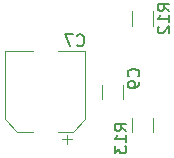
<source format=gbo>
G04 #@! TF.GenerationSoftware,KiCad,Pcbnew,5.0.2-bee76a0~70~ubuntu18.10.1*
G04 #@! TF.CreationDate,2019-04-28T23:28:47+02:00*
G04 #@! TF.ProjectId,carte_RouleMaPoule,63617274-655f-4526-9f75-6c654d61506f,A*
G04 #@! TF.SameCoordinates,Original*
G04 #@! TF.FileFunction,Legend,Bot*
G04 #@! TF.FilePolarity,Positive*
%FSLAX46Y46*%
G04 Gerber Fmt 4.6, Leading zero omitted, Abs format (unit mm)*
G04 Created by KiCad (PCBNEW 5.0.2-bee76a0~70~ubuntu18.10.1) date dim. 28 avril 2019 23:28:47 CEST*
%MOMM*%
%LPD*%
G01*
G04 APERTURE LIST*
%ADD10C,0.120000*%
%ADD11C,0.150000*%
G04 APERTURE END LIST*
D10*
G04 #@! TO.C,R12*
X130535000Y-106012064D02*
X130535000Y-104807936D01*
X132355000Y-106012064D02*
X132355000Y-104807936D01*
G04 #@! TO.C,C7*
X125431250Y-115643750D02*
X124643750Y-115643750D01*
X125037500Y-116037500D02*
X125037500Y-115250000D01*
X120844437Y-115010000D02*
X119780000Y-113945563D01*
X125535563Y-115010000D02*
X126600000Y-113945563D01*
X125535563Y-115010000D02*
X124250000Y-115010000D01*
X120844437Y-115010000D02*
X122130000Y-115010000D01*
X119780000Y-113945563D02*
X119780000Y-108190000D01*
X126600000Y-113945563D02*
X126600000Y-108190000D01*
X126600000Y-108190000D02*
X124250000Y-108190000D01*
X119780000Y-108190000D02*
X122130000Y-108190000D01*
G04 #@! TO.C,C9*
X129815000Y-112232064D02*
X129815000Y-111027936D01*
X127995000Y-112232064D02*
X127995000Y-111027936D01*
G04 #@! TO.C,R13*
X132355000Y-113827936D02*
X132355000Y-115032064D01*
X130535000Y-113827936D02*
X130535000Y-115032064D01*
G04 #@! TO.C,R12*
D11*
X133717380Y-104767142D02*
X133241190Y-104433809D01*
X133717380Y-104195714D02*
X132717380Y-104195714D01*
X132717380Y-104576666D01*
X132765000Y-104671904D01*
X132812619Y-104719523D01*
X132907857Y-104767142D01*
X133050714Y-104767142D01*
X133145952Y-104719523D01*
X133193571Y-104671904D01*
X133241190Y-104576666D01*
X133241190Y-104195714D01*
X133717380Y-105719523D02*
X133717380Y-105148095D01*
X133717380Y-105433809D02*
X132717380Y-105433809D01*
X132860238Y-105338571D01*
X132955476Y-105243333D01*
X133003095Y-105148095D01*
X132812619Y-106100476D02*
X132765000Y-106148095D01*
X132717380Y-106243333D01*
X132717380Y-106481428D01*
X132765000Y-106576666D01*
X132812619Y-106624285D01*
X132907857Y-106671904D01*
X133003095Y-106671904D01*
X133145952Y-106624285D01*
X133717380Y-106052857D01*
X133717380Y-106671904D01*
G04 #@! TO.C,C7*
X125896666Y-107672142D02*
X125944285Y-107719761D01*
X126087142Y-107767380D01*
X126182380Y-107767380D01*
X126325238Y-107719761D01*
X126420476Y-107624523D01*
X126468095Y-107529285D01*
X126515714Y-107338809D01*
X126515714Y-107195952D01*
X126468095Y-107005476D01*
X126420476Y-106910238D01*
X126325238Y-106815000D01*
X126182380Y-106767380D01*
X126087142Y-106767380D01*
X125944285Y-106815000D01*
X125896666Y-106862619D01*
X125563333Y-106767380D02*
X124896666Y-106767380D01*
X125325238Y-107767380D01*
G04 #@! TO.C,C9*
X131082142Y-110323333D02*
X131129761Y-110275714D01*
X131177380Y-110132857D01*
X131177380Y-110037619D01*
X131129761Y-109894761D01*
X131034523Y-109799523D01*
X130939285Y-109751904D01*
X130748809Y-109704285D01*
X130605952Y-109704285D01*
X130415476Y-109751904D01*
X130320238Y-109799523D01*
X130225000Y-109894761D01*
X130177380Y-110037619D01*
X130177380Y-110132857D01*
X130225000Y-110275714D01*
X130272619Y-110323333D01*
X131177380Y-110799523D02*
X131177380Y-110990000D01*
X131129761Y-111085238D01*
X131082142Y-111132857D01*
X130939285Y-111228095D01*
X130748809Y-111275714D01*
X130367857Y-111275714D01*
X130272619Y-111228095D01*
X130225000Y-111180476D01*
X130177380Y-111085238D01*
X130177380Y-110894761D01*
X130225000Y-110799523D01*
X130272619Y-110751904D01*
X130367857Y-110704285D01*
X130605952Y-110704285D01*
X130701190Y-110751904D01*
X130748809Y-110799523D01*
X130796428Y-110894761D01*
X130796428Y-111085238D01*
X130748809Y-111180476D01*
X130701190Y-111228095D01*
X130605952Y-111275714D01*
G04 #@! TO.C,R13*
X130077380Y-114927142D02*
X129601190Y-114593809D01*
X130077380Y-114355714D02*
X129077380Y-114355714D01*
X129077380Y-114736666D01*
X129125000Y-114831904D01*
X129172619Y-114879523D01*
X129267857Y-114927142D01*
X129410714Y-114927142D01*
X129505952Y-114879523D01*
X129553571Y-114831904D01*
X129601190Y-114736666D01*
X129601190Y-114355714D01*
X130077380Y-115879523D02*
X130077380Y-115308095D01*
X130077380Y-115593809D02*
X129077380Y-115593809D01*
X129220238Y-115498571D01*
X129315476Y-115403333D01*
X129363095Y-115308095D01*
X129077380Y-116212857D02*
X129077380Y-116831904D01*
X129458333Y-116498571D01*
X129458333Y-116641428D01*
X129505952Y-116736666D01*
X129553571Y-116784285D01*
X129648809Y-116831904D01*
X129886904Y-116831904D01*
X129982142Y-116784285D01*
X130029761Y-116736666D01*
X130077380Y-116641428D01*
X130077380Y-116355714D01*
X130029761Y-116260476D01*
X129982142Y-116212857D01*
G04 #@! TD*
M02*

</source>
